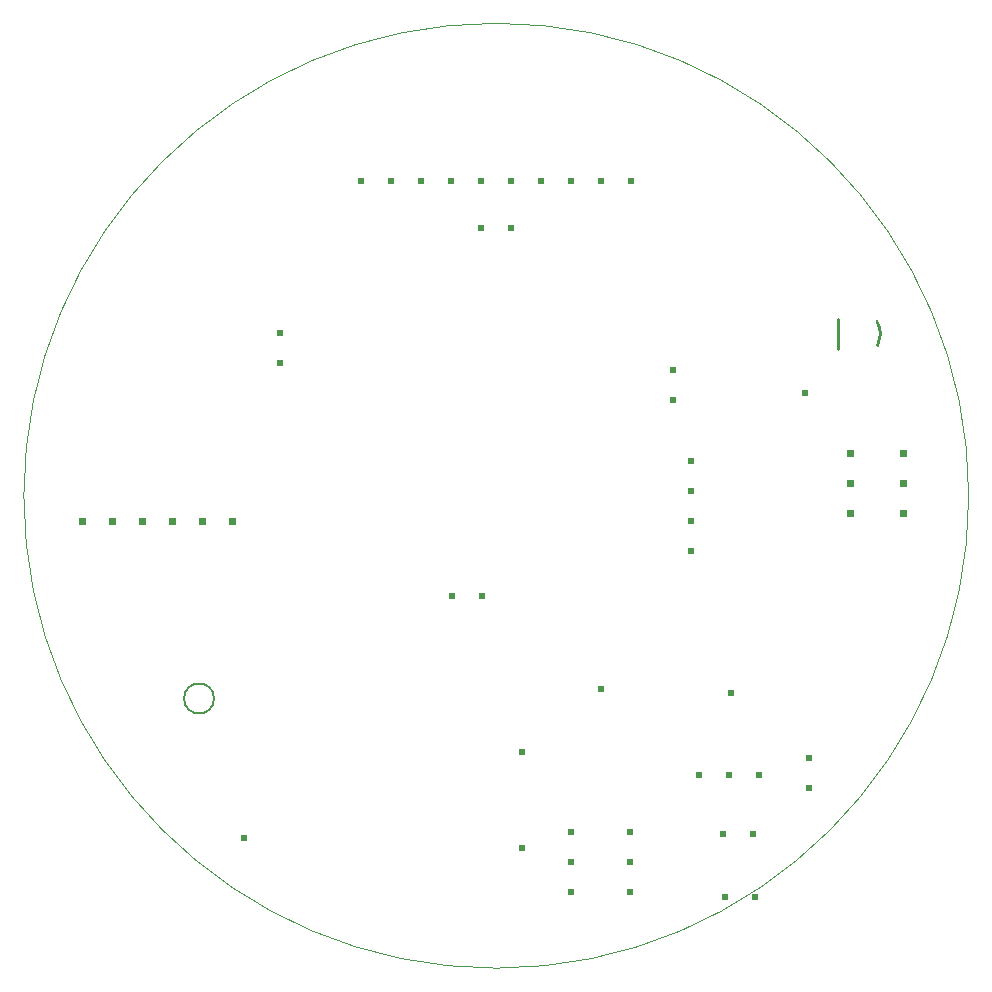
<source format=gbr>
G04 DipTrace 2.4.0.2*
%INTopAssy.gbr*%
%MOMM*%
%ADD14C,0.033*%
%ADD16C,0.203*%
%ADD17C,0.254*%
%FSLAX53Y53*%
G04*
G71*
G90*
G75*
G01*
%LNTopAssy*%
%LPD*%
G36*
X61516Y11163D2*
X62024D1*
Y11671D1*
X61516D1*
Y11163D1*
G37*
G36*
X58976D2*
X59484D1*
Y11671D1*
X58976D1*
Y11163D1*
G37*
G36*
X59651Y6337D2*
X59143D1*
Y5829D1*
X59651D1*
Y6337D1*
G37*
G36*
X62191D2*
X61683D1*
Y5829D1*
X62191D1*
Y6337D1*
G37*
G36*
X66754Y17599D2*
X66246D1*
Y18107D1*
X66754D1*
Y17599D1*
G37*
G36*
Y15059D2*
X66246D1*
Y15567D1*
X66754D1*
Y15059D1*
G37*
G36*
X61953Y16163D2*
X62461D1*
Y16671D1*
X61953D1*
Y16163D1*
G37*
G36*
X59413D2*
X59920D1*
Y16671D1*
X59413D1*
Y16163D1*
G37*
G36*
X56872D2*
X57381D1*
Y16671D1*
X56872D1*
Y16163D1*
G37*
G36*
X46587Y11369D2*
X46079D1*
Y11878D1*
X46587D1*
Y11369D1*
G37*
G36*
Y8830D2*
X46079D1*
Y9337D1*
X46587D1*
Y8830D1*
G37*
G36*
Y6289D2*
X46079D1*
Y6797D1*
X46587D1*
Y6289D1*
G37*
G36*
X51587Y11369D2*
X51079D1*
Y11878D1*
X51587D1*
Y11369D1*
G37*
G36*
Y8830D2*
X51079D1*
Y9337D1*
X51587D1*
Y8830D1*
G37*
G36*
Y6289D2*
X51079D1*
Y6797D1*
X51587D1*
Y6289D1*
G37*
G36*
X74792Y38251D2*
X74208D1*
Y38835D1*
X74792D1*
Y38251D1*
G37*
G36*
Y40791D2*
X74208D1*
Y41375D1*
X74792D1*
Y40791D1*
G37*
G36*
Y43331D2*
X74208D1*
Y43916D1*
X74792D1*
Y43331D1*
G37*
G36*
X70292Y38251D2*
X69708D1*
Y38835D1*
X70292D1*
Y38251D1*
G37*
G36*
Y40791D2*
X69708D1*
Y41375D1*
X70292D1*
Y40791D1*
G37*
G36*
Y43331D2*
X69708D1*
Y43916D1*
X70292D1*
Y43331D1*
G37*
X68925Y55020D2*
D17*
Y52480D1*
X72532Y53750D2*
G02X72289Y52786I-2039J2D01*
G01*
X72532Y53750D2*
G03X72231Y54815I-2035J-1D01*
G01*
G36*
X4692Y37625D2*
X5275D1*
Y38209D1*
X4692D1*
Y37625D1*
G37*
G36*
X7231D2*
X7816D1*
Y38209D1*
X7231D1*
Y37625D1*
G37*
G36*
X9771D2*
X10355D1*
Y38209D1*
X9771D1*
Y37625D1*
G37*
G36*
X12312Y38209D2*
X12895D1*
Y37625D1*
X12312D1*
Y38209D1*
G37*
G36*
X14851Y37625D2*
X15436D1*
Y38209D1*
X14851D1*
Y37625D1*
G37*
G36*
X17391D2*
X17975D1*
Y38209D1*
X17391D1*
Y37625D1*
G37*
X13564Y22917D2*
D16*
G02X13564Y22917I1270J0D01*
G01*
G36*
X43556Y66496D2*
X44064D1*
Y67004D1*
X43556D1*
Y66496D1*
G37*
G36*
X41016D2*
X41524D1*
Y67004D1*
X41016D1*
Y66496D1*
G37*
G36*
X38476D2*
X38984D1*
Y67004D1*
X38476D1*
Y66496D1*
G37*
G36*
X35936D2*
X36444D1*
Y67004D1*
X35936D1*
Y66496D1*
G37*
G36*
X33396D2*
X33904D1*
Y67004D1*
X33396D1*
Y66496D1*
G37*
G36*
X30856D2*
X31364D1*
Y67004D1*
X30856D1*
Y66496D1*
G37*
G36*
X28316D2*
X28824D1*
Y67004D1*
X28316D1*
Y66496D1*
G37*
G36*
X46096D2*
X46604D1*
Y67004D1*
X46096D1*
Y66496D1*
G37*
G36*
X48636D2*
X49144D1*
Y67004D1*
X48636D1*
Y66496D1*
G37*
G36*
X51176D2*
X51684D1*
Y67004D1*
X51176D1*
Y66496D1*
G37*
G36*
X21921Y53599D2*
X21413D1*
Y54107D1*
X21921D1*
Y53599D1*
G37*
G36*
Y51059D2*
X21413D1*
Y51567D1*
X21921D1*
Y51059D1*
G37*
G36*
X38516Y31329D2*
X39024D1*
Y31837D1*
X38516D1*
Y31329D1*
G37*
G36*
X35976D2*
X36484D1*
Y31837D1*
X35976D1*
Y31329D1*
G37*
G36*
X41016Y62496D2*
X41524D1*
Y63004D1*
X41016D1*
Y62496D1*
G37*
G36*
X38476D2*
X38984D1*
Y63004D1*
X38476D1*
Y62496D1*
G37*
G36*
X59579Y23163D2*
X60087D1*
Y23671D1*
X59579D1*
Y23163D1*
G37*
G36*
X48579Y23496D2*
X49087D1*
Y24004D1*
X48579D1*
Y23496D1*
G37*
G36*
X56754Y42806D2*
X56246D1*
Y43314D1*
X56754D1*
Y42806D1*
G37*
G36*
Y40266D2*
X56246D1*
Y40774D1*
X56754D1*
Y40266D1*
G37*
G36*
Y37726D2*
X56246D1*
Y38234D1*
X56754D1*
Y37726D1*
G37*
G36*
Y35186D2*
X56246D1*
Y35694D1*
X56754D1*
Y35186D1*
G37*
G36*
X41913Y18163D2*
X42421D1*
Y18671D1*
X41913D1*
Y18163D1*
G37*
G36*
Y9996D2*
X42421D1*
Y10504D1*
X41913D1*
Y9996D1*
G37*
G36*
X18413Y10829D2*
X18921D1*
Y11337D1*
X18413D1*
Y10829D1*
G37*
G36*
X55254Y50433D2*
X54746D1*
Y50941D1*
X55254D1*
Y50433D1*
G37*
G36*
Y47893D2*
X54746D1*
Y48401D1*
X55254D1*
Y47893D1*
G37*
G36*
X65913Y48496D2*
X66421D1*
Y49004D1*
X65913D1*
Y48496D1*
G37*
X0Y40083D2*
D14*
G02X0Y40083I40000J0D01*
G01*
M02*

</source>
